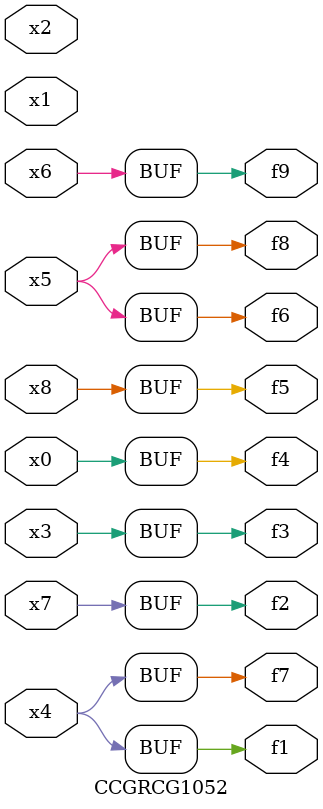
<source format=v>
module CCGRCG1052(
	input x0, x1, x2, x3, x4, x5, x6, x7, x8,
	output f1, f2, f3, f4, f5, f6, f7, f8, f9
);
	assign f1 = x4;
	assign f2 = x7;
	assign f3 = x3;
	assign f4 = x0;
	assign f5 = x8;
	assign f6 = x5;
	assign f7 = x4;
	assign f8 = x5;
	assign f9 = x6;
endmodule

</source>
